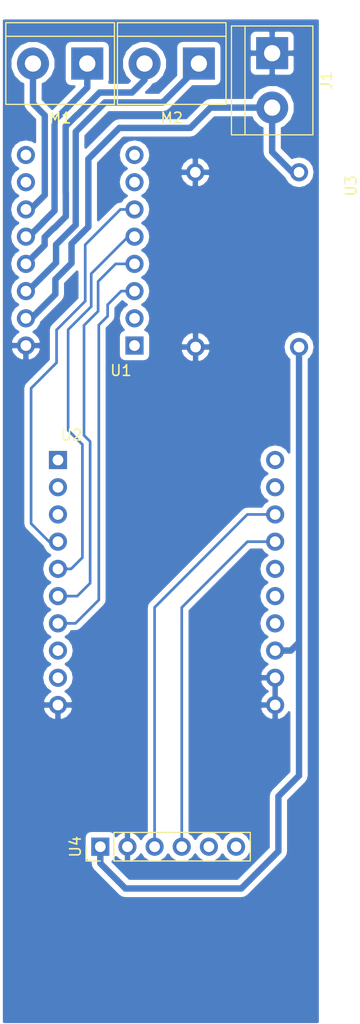
<source format=kicad_pcb>
(kicad_pcb (version 4) (host pcbnew 4.0.4-stable)

  (general
    (links 21)
    (no_connects 0)
    (area 183.0982 44.7069 217.0952 140.409601)
    (thickness 1.6)
    (drawings 5)
    (tracks 116)
    (zones 0)
    (modules 7)
    (nets 32)
  )

  (page A4)
  (layers
    (0 F.Cu signal)
    (31 B.Cu signal)
    (32 B.Adhes user)
    (33 F.Adhes user)
    (34 B.Paste user)
    (35 F.Paste user)
    (36 B.SilkS user)
    (37 F.SilkS user)
    (38 B.Mask user)
    (39 F.Mask user)
    (40 Dwgs.User user)
    (41 Cmts.User user)
    (42 Eco1.User user)
    (43 Eco2.User user)
    (44 Edge.Cuts user)
    (45 Margin user)
    (46 B.CrtYd user)
    (47 F.CrtYd user)
    (48 B.Fab user)
    (49 F.Fab user)
  )

  (setup
    (last_trace_width 0.25)
    (user_trace_width 0.6)
    (trace_clearance 0.2)
    (zone_clearance 0.508)
    (zone_45_only yes)
    (trace_min 0.2)
    (segment_width 0.2)
    (edge_width 0.1)
    (via_size 0.6)
    (via_drill 0.4)
    (via_min_size 0.4)
    (via_min_drill 0.3)
    (uvia_size 0.3)
    (uvia_drill 0.1)
    (uvias_allowed no)
    (uvia_min_size 0.2)
    (uvia_min_drill 0.1)
    (pcb_text_width 0.3)
    (pcb_text_size 1.5 1.5)
    (mod_edge_width 0.15)
    (mod_text_size 1 1)
    (mod_text_width 0.15)
    (pad_size 2 2)
    (pad_drill 1)
    (pad_to_mask_clearance 0)
    (aux_axis_origin 0 0)
    (visible_elements 7FFFFFFF)
    (pcbplotparams
      (layerselection 0x00000_80000000)
      (usegerberextensions false)
      (excludeedgelayer true)
      (linewidth 0.100000)
      (plotframeref false)
      (viasonmask false)
      (mode 1)
      (useauxorigin false)
      (hpglpennumber 1)
      (hpglpenspeed 20)
      (hpglpendiameter 15)
      (hpglpenoverlay 2)
      (psnegative true)
      (psa4output false)
      (plotreference true)
      (plotvalue true)
      (plotinvisibletext false)
      (padsonsilk false)
      (subtractmaskfromsilk false)
      (outputformat 5)
      (mirror false)
      (drillshape 1)
      (scaleselection 1)
      (outputdirectory ../print/))
  )

  (net 0 "")
  (net 1 +3V3)
  (net 2 GND)
  (net 3 "Net-(M1-Pad1)")
  (net 4 "Net-(M1-Pad2)")
  (net 5 "Net-(M2-Pad1)")
  (net 6 "Net-(M2-Pad2)")
  (net 7 "Net-(U1-Pad3)")
  (net 8 "Net-(U1-Pad4)")
  (net 9 "Net-(U1-Pad5)")
  (net 10 "Net-(U1-Pad6)")
  (net 11 "Net-(U2-Pad1)")
  (net 12 "Net-(U2-Pad2)")
  (net 13 "Net-(U2-Pad3)")
  (net 14 "Net-(U2-Pad8)")
  (net 15 "Net-(U2-Pad20)")
  (net 16 "Net-(U2-Pad24)")
  (net 17 "Net-(U2-Pad23)")
  (net 18 "Net-(U4-Pad5)")
  (net 19 "Net-(U4-Pad6)")
  (net 20 +BATT)
  (net 21 "Net-(U1-Pad1)")
  (net 22 "Net-(U1-Pad2)")
  (net 23 "Net-(U1-Pad7)")
  (net 24 "Net-(U1-Pad10)")
  (net 25 "Net-(U1-Pad8)")
  (net 26 "Net-(U1-Pad9)")
  (net 27 "Net-(U2-Pad26)")
  (net 28 "Net-(U2-Pad25)")
  (net 29 "Net-(U2-Pad22)")
  (net 30 "Net-(U2-Pad21)")
  (net 31 "Net-(U2-Pad9)")

  (net_class Default "This is the default net class."
    (clearance 0.2)
    (trace_width 0.25)
    (via_dia 0.6)
    (via_drill 0.4)
    (uvia_dia 0.3)
    (uvia_drill 0.1)
    (add_net "Net-(M1-Pad1)")
    (add_net "Net-(M1-Pad2)")
    (add_net "Net-(M2-Pad1)")
    (add_net "Net-(M2-Pad2)")
    (add_net "Net-(U1-Pad1)")
    (add_net "Net-(U1-Pad10)")
    (add_net "Net-(U1-Pad2)")
    (add_net "Net-(U1-Pad3)")
    (add_net "Net-(U1-Pad4)")
    (add_net "Net-(U1-Pad5)")
    (add_net "Net-(U1-Pad6)")
    (add_net "Net-(U1-Pad7)")
    (add_net "Net-(U1-Pad8)")
    (add_net "Net-(U1-Pad9)")
    (add_net "Net-(U2-Pad1)")
    (add_net "Net-(U2-Pad2)")
    (add_net "Net-(U2-Pad20)")
    (add_net "Net-(U2-Pad21)")
    (add_net "Net-(U2-Pad22)")
    (add_net "Net-(U2-Pad23)")
    (add_net "Net-(U2-Pad24)")
    (add_net "Net-(U2-Pad25)")
    (add_net "Net-(U2-Pad26)")
    (add_net "Net-(U2-Pad3)")
    (add_net "Net-(U2-Pad8)")
    (add_net "Net-(U2-Pad9)")
    (add_net "Net-(U4-Pad5)")
    (add_net "Net-(U4-Pad6)")
  )

  (net_class Pwr ""
    (clearance 0.2)
    (trace_width 0.6)
    (via_dia 0.6)
    (via_drill 0.4)
    (uvia_dia 0.3)
    (uvia_drill 0.1)
    (add_net +3V3)
    (add_net +BATT)
    (add_net GND)
  )

  (module Terminal_Blocks:TerminalBlock_bornier-2_P5.08mm (layer F.Cu) (tedit 59FF03AB) (tstamp 5AB4CB5C)
    (at 208.6356 49.7967 270)
    (descr "simple 2-pin terminal block, pitch 5.08mm, revamped version of bornier2")
    (tags "terminal block bornier2")
    (path /5AACFB40)
    (fp_text reference J1 (at 2.54 -5.08 270) (layer F.SilkS)
      (effects (font (size 1 1) (thickness 0.15)))
    )
    (fp_text value Conn_01x02 (at 2.54 5.08 270) (layer F.Fab)
      (effects (font (size 1 1) (thickness 0.15)))
    )
    (fp_text user %R (at 2.54 0 270) (layer F.Fab)
      (effects (font (size 1 1) (thickness 0.15)))
    )
    (fp_line (start -2.41 2.55) (end 7.49 2.55) (layer F.Fab) (width 0.1))
    (fp_line (start -2.46 -3.75) (end -2.46 3.75) (layer F.Fab) (width 0.1))
    (fp_line (start -2.46 3.75) (end 7.54 3.75) (layer F.Fab) (width 0.1))
    (fp_line (start 7.54 3.75) (end 7.54 -3.75) (layer F.Fab) (width 0.1))
    (fp_line (start 7.54 -3.75) (end -2.46 -3.75) (layer F.Fab) (width 0.1))
    (fp_line (start 7.62 2.54) (end -2.54 2.54) (layer F.SilkS) (width 0.12))
    (fp_line (start 7.62 3.81) (end 7.62 -3.81) (layer F.SilkS) (width 0.12))
    (fp_line (start 7.62 -3.81) (end -2.54 -3.81) (layer F.SilkS) (width 0.12))
    (fp_line (start -2.54 -3.81) (end -2.54 3.81) (layer F.SilkS) (width 0.12))
    (fp_line (start -2.54 3.81) (end 7.62 3.81) (layer F.SilkS) (width 0.12))
    (fp_line (start -2.71 -4) (end 7.79 -4) (layer F.CrtYd) (width 0.05))
    (fp_line (start -2.71 -4) (end -2.71 4) (layer F.CrtYd) (width 0.05))
    (fp_line (start 7.79 4) (end 7.79 -4) (layer F.CrtYd) (width 0.05))
    (fp_line (start 7.79 4) (end -2.71 4) (layer F.CrtYd) (width 0.05))
    (pad 1 thru_hole rect (at 0 0 270) (size 3 3) (drill 1.52) (layers *.Cu *.Mask)
      (net 2 GND))
    (pad 2 thru_hole circle (at 5.08 0 270) (size 3 3) (drill 1.52) (layers *.Cu *.Mask)
      (net 20 +BATT))
    (model ${KISYS3DMOD}/Terminal_Blocks.3dshapes/TerminalBlock_bornier-2_P5.08mm.wrl
      (at (xyz 0.1 0 0))
      (scale (xyz 1 1 1))
      (rotate (xyz 0 0 0))
    )
  )

  (module Terminal_Blocks:TerminalBlock_bornier-2_P5.08mm (layer F.Cu) (tedit 5AB4D33D) (tstamp 5AB4CB71)
    (at 191.3382 50.7619 180)
    (descr "simple 2-pin terminal block, pitch 5.08mm, revamped version of bornier2")
    (tags "terminal block bornier2")
    (path /5AA95D87)
    (fp_text reference M1 (at 2.54 -5.08 180) (layer F.SilkS)
      (effects (font (size 1 1) (thickness 0.15)))
    )
    (fp_text value "Motor_DC -A-" (at 2.54 5.08 180) (layer F.Fab)
      (effects (font (size 1 1) (thickness 0.15)))
    )
    (fp_text user %R (at 2.5146 -0.3048 180) (layer F.Fab)
      (effects (font (size 1 1) (thickness 0.15)))
    )
    (fp_line (start -2.41 2.55) (end 7.49 2.55) (layer F.Fab) (width 0.1))
    (fp_line (start -2.46 -3.75) (end -2.46 3.75) (layer F.Fab) (width 0.1))
    (fp_line (start -2.46 3.75) (end 7.54 3.75) (layer F.Fab) (width 0.1))
    (fp_line (start 7.54 3.75) (end 7.54 -3.75) (layer F.Fab) (width 0.1))
    (fp_line (start 7.54 -3.75) (end -2.46 -3.75) (layer F.Fab) (width 0.1))
    (fp_line (start 7.62 2.54) (end -2.54 2.54) (layer F.SilkS) (width 0.12))
    (fp_line (start 7.62 3.81) (end 7.62 -3.81) (layer F.SilkS) (width 0.12))
    (fp_line (start 7.62 -3.81) (end -2.54 -3.81) (layer F.SilkS) (width 0.12))
    (fp_line (start -2.54 -3.81) (end -2.54 3.81) (layer F.SilkS) (width 0.12))
    (fp_line (start -2.54 3.81) (end 7.62 3.81) (layer F.SilkS) (width 0.12))
    (fp_line (start -2.71 -4) (end 7.79 -4) (layer F.CrtYd) (width 0.05))
    (fp_line (start -2.71 -4) (end -2.71 4) (layer F.CrtYd) (width 0.05))
    (fp_line (start 7.79 4) (end 7.79 -4) (layer F.CrtYd) (width 0.05))
    (fp_line (start 7.79 4) (end -2.71 4) (layer F.CrtYd) (width 0.05))
    (pad 1 thru_hole rect (at 0 0 180) (size 3 3) (drill 1.52) (layers *.Cu *.Mask)
      (net 3 "Net-(M1-Pad1)"))
    (pad 2 thru_hole circle (at 5.08 0 180) (size 3 3) (drill 1.52) (layers *.Cu *.Mask)
      (net 4 "Net-(M1-Pad2)"))
    (model ${KISYS3DMOD}/Terminal_Blocks.3dshapes/TerminalBlock_bornier-2_P5.08mm.wrl
      (at (xyz 0.1 0 0))
      (scale (xyz 1 1 1))
      (rotate (xyz 0 0 0))
    )
  )

  (module Terminal_Blocks:TerminalBlock_bornier-2_P5.08mm (layer F.Cu) (tedit 59FF03AB) (tstamp 5AB4CB86)
    (at 201.7776 50.7619 180)
    (descr "simple 2-pin terminal block, pitch 5.08mm, revamped version of bornier2")
    (tags "terminal block bornier2")
    (path /5AA95EC8)
    (fp_text reference M2 (at 2.54 -5.08 180) (layer F.SilkS)
      (effects (font (size 1 1) (thickness 0.15)))
    )
    (fp_text value "Motor_DC2 -B-" (at 2.54 5.08 180) (layer F.Fab)
      (effects (font (size 1 1) (thickness 0.15)))
    )
    (fp_text user %R (at 2.54 0 180) (layer F.Fab)
      (effects (font (size 1 1) (thickness 0.15)))
    )
    (fp_line (start -2.41 2.55) (end 7.49 2.55) (layer F.Fab) (width 0.1))
    (fp_line (start -2.46 -3.75) (end -2.46 3.75) (layer F.Fab) (width 0.1))
    (fp_line (start -2.46 3.75) (end 7.54 3.75) (layer F.Fab) (width 0.1))
    (fp_line (start 7.54 3.75) (end 7.54 -3.75) (layer F.Fab) (width 0.1))
    (fp_line (start 7.54 -3.75) (end -2.46 -3.75) (layer F.Fab) (width 0.1))
    (fp_line (start 7.62 2.54) (end -2.54 2.54) (layer F.SilkS) (width 0.12))
    (fp_line (start 7.62 3.81) (end 7.62 -3.81) (layer F.SilkS) (width 0.12))
    (fp_line (start 7.62 -3.81) (end -2.54 -3.81) (layer F.SilkS) (width 0.12))
    (fp_line (start -2.54 -3.81) (end -2.54 3.81) (layer F.SilkS) (width 0.12))
    (fp_line (start -2.54 3.81) (end 7.62 3.81) (layer F.SilkS) (width 0.12))
    (fp_line (start -2.71 -4) (end 7.79 -4) (layer F.CrtYd) (width 0.05))
    (fp_line (start -2.71 -4) (end -2.71 4) (layer F.CrtYd) (width 0.05))
    (fp_line (start 7.79 4) (end 7.79 -4) (layer F.CrtYd) (width 0.05))
    (fp_line (start 7.79 4) (end -2.71 4) (layer F.CrtYd) (width 0.05))
    (pad 1 thru_hole rect (at 0 0 180) (size 3 3) (drill 1.52) (layers *.Cu *.Mask)
      (net 5 "Net-(M2-Pad1)"))
    (pad 2 thru_hole circle (at 5.08 0 180) (size 3 3) (drill 1.52) (layers *.Cu *.Mask)
      (net 6 "Net-(M2-Pad2)"))
    (model ${KISYS3DMOD}/Terminal_Blocks.3dshapes/TerminalBlock_bornier-2_P5.08mm.wrl
      (at (xyz 0.1 0 0))
      (scale (xyz 1 1 1))
      (rotate (xyz 0 0 0))
    )
  )

  (module tr:DRV8833 (layer F.Cu) (tedit 5AB2C62C) (tstamp 5AB4CBA0)
    (at 195.7578 77.0763 180)
    (descr "Through hole straight pin header, 2x08, 2.54mm pitch, double rows")
    (tags "Through hole pin header THT 2x08 2.54mm double row")
    (path /5AA95ABC)
    (fp_text reference U1 (at 1.27 -2.33 180) (layer F.SilkS)
      (effects (font (size 1 1) (thickness 0.15)))
    )
    (fp_text value DRV8833 (at 5.207 17.8816 180) (layer F.Fab)
      (effects (font (size 1 1) (thickness 0.15)))
    )
    (fp_line (start -1.2954 18.9992) (end 11.9126 18.9992) (layer F.Fab) (width 0.15))
    (fp_line (start -1.2954 19.0246) (end -1.2954 18.8976) (layer F.Fab) (width 0.15))
    (fp_line (start 11.8618 -1.27) (end -1.2954 -1.2954) (layer F.Fab) (width 0.15))
    (fp_line (start -1.2954 -1.2954) (end -1.2954 19.0246) (layer F.Fab) (width 0.15))
    (fp_line (start 11.8618 -1.2446) (end 11.8872 19.05) (layer F.Fab) (width 0.15))
    (fp_text user %R (at 1.27 8.89 270) (layer F.Fab)
      (effects (font (size 1 1) (thickness 0.15)))
    )
    (pad 1 thru_hole rect (at 0 0 180) (size 1.7 1.7) (drill 1) (layers *.Cu *.Mask)
      (net 21 "Net-(U1-Pad1)"))
    (pad 16 thru_hole oval (at 10.16 0 180) (size 1.7 1.7) (drill 1) (layers *.Cu *.Mask)
      (net 2 GND))
    (pad 2 thru_hole oval (at 0 2.54 180) (size 1.7 1.7) (drill 1) (layers *.Cu *.Mask)
      (net 22 "Net-(U1-Pad2)"))
    (pad 15 thru_hole oval (at 10.16 2.54 180) (size 1.7 1.7) (drill 1) (layers *.Cu *.Mask)
      (net 20 +BATT))
    (pad 3 thru_hole oval (at 0 5.08 180) (size 1.7 1.7) (drill 1) (layers *.Cu *.Mask)
      (net 7 "Net-(U1-Pad3)"))
    (pad 14 thru_hole oval (at 10.16 5.08 180) (size 1.7 1.7) (drill 1) (layers *.Cu *.Mask)
      (net 5 "Net-(M2-Pad1)"))
    (pad 4 thru_hole oval (at 0 7.62 180) (size 1.7 1.7) (drill 1) (layers *.Cu *.Mask)
      (net 8 "Net-(U1-Pad4)"))
    (pad 13 thru_hole oval (at 10.16 7.62 180) (size 1.7 1.7) (drill 1) (layers *.Cu *.Mask)
      (net 6 "Net-(M2-Pad2)"))
    (pad 5 thru_hole oval (at 0 10.16 180) (size 1.7 1.7) (drill 1) (layers *.Cu *.Mask)
      (net 9 "Net-(U1-Pad5)"))
    (pad 12 thru_hole oval (at 10.16 10.16 180) (size 1.7 1.7) (drill 1) (layers *.Cu *.Mask)
      (net 3 "Net-(M1-Pad1)"))
    (pad 6 thru_hole oval (at 0 12.7 180) (size 1.7 1.7) (drill 1) (layers *.Cu *.Mask)
      (net 10 "Net-(U1-Pad6)"))
    (pad 11 thru_hole oval (at 10.16 12.7 180) (size 1.7 1.7) (drill 1) (layers *.Cu *.Mask)
      (net 4 "Net-(M1-Pad2)"))
    (pad 7 thru_hole oval (at 0 15.24 180) (size 1.7 1.7) (drill 1) (layers *.Cu *.Mask)
      (net 23 "Net-(U1-Pad7)"))
    (pad 10 thru_hole oval (at 10.16 15.24 180) (size 1.7 1.7) (drill 1) (layers *.Cu *.Mask)
      (net 24 "Net-(U1-Pad10)"))
    (pad 8 thru_hole oval (at 0 17.78 180) (size 1.7 1.7) (drill 1) (layers *.Cu *.Mask)
      (net 25 "Net-(U1-Pad8)"))
    (pad 9 thru_hole oval (at 10.16 17.78 180) (size 1.7 1.7) (drill 1) (layers *.Cu *.Mask)
      (net 26 "Net-(U1-Pad9)"))
    (model ${KISYS3DMOD}/Pin_Headers.3dshapes/Pin_Header_Straight_2x08_Pitch2.54mm.wrl
      (at (xyz 0 0 0))
      (scale (xyz 1 1 1))
      (rotate (xyz 0 0 0))
    )
  )

  (module tr:ESP8266 (layer F.Cu) (tedit 5AB4D19A) (tstamp 5AB4CBCE)
    (at 188.595 87.757)
    (descr "Through hole straight pin header, 2x10, 2.54mm pitch, double rows")
    (tags "Through hole pin header THT 2x10 2.54mm double row")
    (path /5AA956BA)
    (fp_text reference U2 (at 1.27 -2.33) (layer F.SilkS)
      (effects (font (size 1 1) (thickness 0.15)))
    )
    (fp_text value "ESP8266(3.3)" (at 10.16 35.56) (layer F.Fab)
      (effects (font (size 1 1) (thickness 0.15)))
    )
    (fp_line (start -1.27 -6.35) (end -1.27 0) (layer F.Fab) (width 0.15))
    (fp_line (start -1.27 24.13) (end -1.27 33.02) (layer F.Fab) (width 0.15))
    (fp_line (start -1.27 33.02) (end 21.59 33.02) (layer F.Fab) (width 0.15))
    (fp_line (start 21.59 33.02) (end 21.59 24.13) (layer F.Fab) (width 0.15))
    (fp_line (start 0 -6.35) (end 3.81 -6.35) (layer F.Fab) (width 0.15))
    (fp_line (start -1.27 -6.35) (end 0 -6.35) (layer F.Fab) (width 0.15))
    (fp_line (start 21.59 -1.27) (end 21.59 -6.35) (layer F.Fab) (width 0.15))
    (fp_line (start 3.81 -6.35) (end 21.59 -6.35) (layer F.Fab) (width 0.15))
    (fp_line (start 0 -6.35) (end 3.81 -6.35) (layer F.Fab) (width 0.1))
    (fp_line (start 21.59 -1.27) (end 21.59 24.13) (layer F.Fab) (width 0.1))
    (fp_line (start -1.27 24.13) (end -1.27 0) (layer F.Fab) (width 0.1))
    (fp_line (start -1.8 -1.8) (end -1.8 24.65) (layer F.CrtYd) (width 0.05))
    (fp_line (start -1.8 24.65) (end 4.35 24.65) (layer F.CrtYd) (width 0.05))
    (fp_line (start 4.35 24.65) (end 4.35 -1.8) (layer F.CrtYd) (width 0.05))
    (fp_line (start 4.35 -1.8) (end -1.8 -1.8) (layer F.CrtYd) (width 0.05))
    (fp_text user %R (at 1.27 11.43 90) (layer F.Fab)
      (effects (font (size 1 1) (thickness 0.15)))
    )
    (pad 1 thru_hole rect (at 0 0) (size 1.7 1.7) (drill 1) (layers *.Cu *.Mask)
      (net 11 "Net-(U2-Pad1)"))
    (pad 26 thru_hole oval (at 20.32 0) (size 1.7 1.7) (drill 1) (layers *.Cu *.Mask)
      (net 27 "Net-(U2-Pad26)"))
    (pad 2 thru_hole oval (at 0 2.54) (size 1.7 1.7) (drill 1) (layers *.Cu *.Mask)
      (net 12 "Net-(U2-Pad2)"))
    (pad 25 thru_hole oval (at 20.32 2.54) (size 1.7 1.7) (drill 1) (layers *.Cu *.Mask)
      (net 28 "Net-(U2-Pad25)"))
    (pad 3 thru_hole oval (at 0 5.08) (size 1.7 1.7) (drill 1) (layers *.Cu *.Mask)
      (net 13 "Net-(U2-Pad3)"))
    (pad 24 thru_hole oval (at 20.32 5.08) (size 1.7 1.7) (drill 1) (layers *.Cu *.Mask)
      (net 16 "Net-(U2-Pad24)"))
    (pad 4 thru_hole oval (at 0 7.62) (size 1.7 1.7) (drill 1) (layers *.Cu *.Mask)
      (net 10 "Net-(U1-Pad6)"))
    (pad 23 thru_hole oval (at 20.32 7.62) (size 1.7 1.7) (drill 1) (layers *.Cu *.Mask)
      (net 17 "Net-(U2-Pad23)"))
    (pad 5 thru_hole oval (at 0 10.16) (size 1.7 1.7) (drill 1) (layers *.Cu *.Mask)
      (net 9 "Net-(U1-Pad5)"))
    (pad 22 thru_hole oval (at 20.32 10.16) (size 1.7 1.7) (drill 1) (layers *.Cu *.Mask)
      (net 29 "Net-(U2-Pad22)"))
    (pad 6 thru_hole oval (at 0 12.7) (size 1.7 1.7) (drill 1) (layers *.Cu *.Mask)
      (net 8 "Net-(U1-Pad4)"))
    (pad 21 thru_hole oval (at 20.32 12.7) (size 1.7 1.7) (drill 1) (layers *.Cu *.Mask)
      (net 30 "Net-(U2-Pad21)"))
    (pad 7 thru_hole oval (at 0 15.24) (size 1.7 1.7) (drill 1) (layers *.Cu *.Mask)
      (net 7 "Net-(U1-Pad3)"))
    (pad 20 thru_hole oval (at 20.32 15.24) (size 1.7 1.7) (drill 1) (layers *.Cu *.Mask)
      (net 15 "Net-(U2-Pad20)"))
    (pad 8 thru_hole oval (at 0 17.78) (size 1.7 1.7) (drill 1) (layers *.Cu *.Mask)
      (net 14 "Net-(U2-Pad8)"))
    (pad 19 thru_hole oval (at 20.32 17.78) (size 1.7 1.7) (drill 1) (layers *.Cu *.Mask)
      (net 1 +3V3))
    (pad 9 thru_hole oval (at 0 20.32) (size 1.7 1.7) (drill 1) (layers *.Cu *.Mask)
      (net 31 "Net-(U2-Pad9)"))
    (pad 18 thru_hole oval (at 20.32 20.32) (size 1.7 1.7) (drill 1) (layers *.Cu *.Mask)
      (net 2 GND))
    (pad 10 thru_hole oval (at 0 22.86) (size 1.7 1.7) (drill 1) (layers *.Cu *.Mask)
      (net 2 GND))
    (pad 17 thru_hole oval (at 20.32 22.86) (size 1.7 1.7) (drill 1) (layers *.Cu *.Mask)
      (net 2 GND))
    (model ${KISYS3DMOD}/Pin_Headers.3dshapes/Pin_Header_Straight_2x10_Pitch2.54mm.wrl
      (at (xyz 0 0 0))
      (scale (xyz 1 1 1))
      (rotate (xyz 0 0 0))
    )
  )

  (module tr:pwr_reg (layer F.Cu) (tedit 5AB235D5) (tstamp 5AB4CBDC)
    (at 213.6902 60.9092 270)
    (descr "Through hole straight pin header, 2x08, 2.54mm pitch, double rows")
    (tags "Through hole pin header THT 2x08 2.54mm double row")
    (path /5AB239FB)
    (fp_text reference U3 (at 1.27 -2.33 270) (layer F.SilkS)
      (effects (font (size 1 1) (thickness 0.15)))
    )
    (fp_text value pwr_reg (at 8.0264 16.5862 270) (layer F.Fab)
      (effects (font (size 1 1) (thickness 0.15)))
    )
    (fp_line (start -1.1176 13.4112) (end -1.1684 1.3462) (layer F.Fab) (width 0.15))
    (fp_line (start 17.5768 13.4112) (end -1.1176 13.4112) (layer F.Fab) (width 0.15))
    (fp_line (start -1.1938 1.3462) (end 17.5768 1.3208) (layer F.Fab) (width 0.15))
    (fp_line (start 17.5768 1.3208) (end 17.5768 13.4112) (layer F.Fab) (width 0.15))
    (fp_line (start 4.35 -1.8) (end -1.8 -1.8) (layer F.CrtYd) (width 0.05))
    (fp_text user %R (at -6.1214 7.1628 360) (layer F.Fab)
      (effects (font (size 1 1) (thickness 0.15)))
    )
    (pad 3 thru_hole oval (at 16.3068 12.2174 270) (size 1.7 1.7) (drill 1) (layers *.Cu *.Mask)
      (net 2 GND))
    (pad 1 thru_hole oval (at 0 2.54 270) (size 1.7 1.7) (drill 1) (layers *.Cu *.Mask)
      (net 20 +BATT))
    (pad 4 thru_hole oval (at 16.3068 2.54 270) (size 1.7 1.7) (drill 1) (layers *.Cu *.Mask)
      (net 1 +3V3))
    (pad 2 thru_hole oval (at 0 12.2428 270) (size 1.7 1.7) (drill 1) (layers *.Cu *.Mask)
      (net 2 GND))
    (model ${KISYS3DMOD}/Pin_Headers.3dshapes/Pin_Header_Straight_2x08_Pitch2.54mm.wrl
      (at (xyz 0 0 0))
      (scale (xyz 1 1 1))
      (rotate (xyz 0 0 0))
    )
  )

  (module Pin_Headers:Pin_Header_Straight_1x06_Pitch2.54mm (layer F.Cu) (tedit 59650532) (tstamp 5AB4CBF6)
    (at 192.5574 123.8377 90)
    (descr "Through hole straight pin header, 1x06, 2.54mm pitch, single row")
    (tags "Through hole pin header THT 1x06 2.54mm single row")
    (path /5AA9522B)
    (fp_text reference U4 (at 0 -2.33 90) (layer F.SilkS)
      (effects (font (size 1 1) (thickness 0.15)))
    )
    (fp_text value M10DOF (at 0 15.03 90) (layer F.Fab)
      (effects (font (size 1 1) (thickness 0.15)))
    )
    (fp_line (start -0.635 -1.27) (end 1.27 -1.27) (layer F.Fab) (width 0.1))
    (fp_line (start 1.27 -1.27) (end 1.27 13.97) (layer F.Fab) (width 0.1))
    (fp_line (start 1.27 13.97) (end -1.27 13.97) (layer F.Fab) (width 0.1))
    (fp_line (start -1.27 13.97) (end -1.27 -0.635) (layer F.Fab) (width 0.1))
    (fp_line (start -1.27 -0.635) (end -0.635 -1.27) (layer F.Fab) (width 0.1))
    (fp_line (start -1.33 14.03) (end 1.33 14.03) (layer F.SilkS) (width 0.12))
    (fp_line (start -1.33 1.27) (end -1.33 14.03) (layer F.SilkS) (width 0.12))
    (fp_line (start 1.33 1.27) (end 1.33 14.03) (layer F.SilkS) (width 0.12))
    (fp_line (start -1.33 1.27) (end 1.33 1.27) (layer F.SilkS) (width 0.12))
    (fp_line (start -1.33 0) (end -1.33 -1.33) (layer F.SilkS) (width 0.12))
    (fp_line (start -1.33 -1.33) (end 0 -1.33) (layer F.SilkS) (width 0.12))
    (fp_line (start -1.8 -1.8) (end -1.8 14.5) (layer F.CrtYd) (width 0.05))
    (fp_line (start -1.8 14.5) (end 1.8 14.5) (layer F.CrtYd) (width 0.05))
    (fp_line (start 1.8 14.5) (end 1.8 -1.8) (layer F.CrtYd) (width 0.05))
    (fp_line (start 1.8 -1.8) (end -1.8 -1.8) (layer F.CrtYd) (width 0.05))
    (fp_text user %R (at 0 6.35 180) (layer F.Fab)
      (effects (font (size 1 1) (thickness 0.15)))
    )
    (pad 1 thru_hole rect (at 0 0 90) (size 1.7 1.7) (drill 1) (layers *.Cu *.Mask)
      (net 1 +3V3))
    (pad 2 thru_hole oval (at 0 2.54 90) (size 1.7 1.7) (drill 1) (layers *.Cu *.Mask)
      (net 2 GND))
    (pad 3 thru_hole oval (at 0 5.08 90) (size 1.7 1.7) (drill 1) (layers *.Cu *.Mask)
      (net 16 "Net-(U2-Pad24)"))
    (pad 4 thru_hole oval (at 0 7.62 90) (size 1.7 1.7) (drill 1) (layers *.Cu *.Mask)
      (net 17 "Net-(U2-Pad23)"))
    (pad 5 thru_hole oval (at 0 10.16 90) (size 1.7 1.7) (drill 1) (layers *.Cu *.Mask)
      (net 18 "Net-(U4-Pad5)"))
    (pad 6 thru_hole oval (at 0 12.7 90) (size 1.7 1.7) (drill 1) (layers *.Cu *.Mask)
      (net 19 "Net-(U4-Pad6)"))
    (model ${KISYS3DMOD}/Pin_Headers.3dshapes/Pin_Header_Straight_1x06_Pitch2.54mm.wrl
      (at (xyz 0 0 0))
      (scale (xyz 1 1 1))
      (rotate (xyz 0 0 0))
    )
  )

  (gr_line (start 213.0171 140.2969) (end 213.0171 46.5963) (angle 90) (layer F.Fab) (width 0.2))
  (gr_line (start 183.4134 140.3096) (end 183.4134 103.1748) (angle 90) (layer F.Fab) (width 0.2))
  (gr_line (start 183.4007 46.5836) (end 183.4007 103.2256) (angle 90) (layer F.Fab) (width 0.2))
  (gr_line (start 213.0044 46.5836) (end 183.4007 46.5836) (angle 90) (layer F.Fab) (width 0.2))
  (gr_line (start 183.4896 140.3096) (end 213.0933 140.3096) (angle 90) (layer F.Fab) (width 0.2))

  (segment (start 211.1502 104.775) (end 211.1502 117.2083) (width 0.6) (layer B.Cu) (net 1))
  (segment (start 192.5574 125.3871) (end 192.5574 123.8377) (width 0.6) (layer B.Cu) (net 1) (tstamp 5AB4D6EA))
  (segment (start 194.9069 127.7366) (end 192.5574 125.3871) (width 0.6) (layer B.Cu) (net 1) (tstamp 5AB4D6E9))
  (segment (start 205.7527 127.7366) (end 194.9069 127.7366) (width 0.6) (layer B.Cu) (net 1) (tstamp 5AB4D6E7))
  (segment (start 209.2198 124.2695) (end 205.7527 127.7366) (width 0.6) (layer B.Cu) (net 1) (tstamp 5AB4D6E5))
  (segment (start 209.2198 119.1387) (end 209.2198 124.2695) (width 0.6) (layer B.Cu) (net 1) (tstamp 5AB4D6E4))
  (segment (start 211.1502 117.2083) (end 209.2198 119.1387) (width 0.6) (layer B.Cu) (net 1) (tstamp 5AB4D6DE))
  (segment (start 211.1502 77.216) (end 211.1502 104.775) (width 0.6) (layer B.Cu) (net 1))
  (segment (start 210.3882 105.537) (end 208.915 105.537) (width 0.6) (layer B.Cu) (net 1) (tstamp 5AB4D69A))
  (segment (start 211.1502 104.775) (end 210.3882 105.537) (width 0.6) (layer B.Cu) (net 1) (tstamp 5AB4D693))
  (segment (start 187.1853 65.6082) (end 187.1853 65.5828) (width 0.6) (layer B.Cu) (net 3))
  (segment (start 188.2775 64.4906) (end 188.2775 62.6999) (width 0.6) (layer B.Cu) (net 3) (tstamp 5AB4D5CA))
  (segment (start 187.1853 65.5828) (end 188.2775 64.4906) (width 0.6) (layer B.Cu) (net 3) (tstamp 5AB4D5C9))
  (segment (start 185.5978 66.9163) (end 185.8772 66.9163) (width 0.6) (layer B.Cu) (net 3))
  (segment (start 185.8772 66.9163) (end 187.1853 65.6082) (width 0.6) (layer B.Cu) (net 3) (tstamp 5AB4D57A))
  (segment (start 191.3382 50.7619) (end 191.3382 53.0098) (width 0.6) (layer B.Cu) (net 3))
  (segment (start 191.3382 53.0098) (end 188.2775 56.0705) (width 0.6) (layer B.Cu) (net 3) (tstamp 5AB4D428))
  (segment (start 188.2775 56.0705) (end 188.2775 62.6999) (width 0.6) (layer B.Cu) (net 3) (tstamp 5AB4D42D))
  (segment (start 185.9661 66.9163) (end 185.5978 66.9163) (width 0.6) (layer B.Cu) (net 3) (tstamp 5AB4D443))
  (segment (start 185.5978 66.9163) (end 185.7883 66.9163) (width 0.6) (layer B.Cu) (net 3))
  (segment (start 185.5978 66.9163) (end 186.1566 66.9163) (width 0.6) (layer B.Cu) (net 3))
  (segment (start 191.3382 51.8668) (end 191.3382 50.7619) (width 0.6) (layer B.Cu) (net 3) (tstamp 5AB4D3CF))
  (segment (start 185.5978 64.3763) (end 186.0169 64.3763) (width 0.6) (layer B.Cu) (net 4))
  (segment (start 186.0169 64.3763) (end 187.3631 63.0301) (width 0.6) (layer B.Cu) (net 4) (tstamp 5AB4D3EB))
  (segment (start 187.3631 55.6006) (end 186.2582 54.4957) (width 0.6) (layer B.Cu) (net 4) (tstamp 5AB4D3ED))
  (segment (start 187.3631 63.0301) (end 187.3631 55.6006) (width 0.6) (layer B.Cu) (net 4) (tstamp 5AB4D3EC))
  (segment (start 186.2582 54.4957) (end 186.2582 50.7619) (width 0.6) (layer B.Cu) (net 4) (tstamp 5AB4D3C8))
  (segment (start 185.5978 71.9963) (end 185.7756 71.9963) (width 0.6) (layer B.Cu) (net 5))
  (segment (start 185.7756 71.9963) (end 188.4172 69.3547) (width 0.6) (layer B.Cu) (net 5) (tstamp 5AB4D5A5))
  (segment (start 188.4172 67.6656) (end 190.2587 65.8241) (width 0.6) (layer B.Cu) (net 5) (tstamp 5AB4D5AC))
  (segment (start 188.4172 69.3547) (end 188.4172 67.6656) (width 0.6) (layer B.Cu) (net 5) (tstamp 5AB4D5A7))
  (segment (start 190.2587 65.8241) (end 190.2587 65.405) (width 0.6) (layer B.Cu) (net 5) (tstamp 5AB4D5B0))
  (segment (start 191.5414 55.8419) (end 190.2587 57.1246) (width 0.6) (layer B.Cu) (net 5))
  (segment (start 190.2587 57.1246) (end 190.2587 65.405) (width 0.6) (layer B.Cu) (net 5) (tstamp 5AB4D46D))
  (segment (start 201.7776 50.7619) (end 201.7776 51.0159) (width 0.6) (layer B.Cu) (net 5))
  (segment (start 201.7776 51.0159) (end 198.3994 54.3941) (width 0.6) (layer B.Cu) (net 5) (tstamp 5AB4D40B))
  (segment (start 198.3994 54.3941) (end 192.9892 54.3941) (width 0.6) (layer B.Cu) (net 5) (tstamp 5AB4D40C))
  (segment (start 192.9892 54.3941) (end 191.5414 55.8419) (width 0.6) (layer B.Cu) (net 5) (tstamp 5AB4D40E))
  (segment (start 185.5978 71.9963) (end 185.8645 71.9963) (width 0.6) (layer B.Cu) (net 5))
  (segment (start 188.19495 66.12255) (end 188.23305 66.12255) (width 0.6) (layer B.Cu) (net 6))
  (segment (start 189.3316 62.8142) (end 189.3189 62.8142) (width 0.6) (layer B.Cu) (net 6) (tstamp 5AB4D5C3))
  (segment (start 189.3316 65.024) (end 189.3316 62.8142) (width 0.6) (layer B.Cu) (net 6) (tstamp 5AB4D5BE))
  (segment (start 188.23305 66.12255) (end 189.3316 65.024) (width 0.6) (layer B.Cu) (net 6) (tstamp 5AB4D5B7))
  (segment (start 187.3504 67.7037) (end 187.3504 66.9671) (width 0.6) (layer B.Cu) (net 6))
  (segment (start 187.3504 66.9671) (end 188.19495 66.12255) (width 0.6) (layer B.Cu) (net 6) (tstamp 5AB4D588))
  (segment (start 190.4238 55.5371) (end 190.398302 55.5371) (width 0.6) (layer B.Cu) (net 6))
  (segment (start 189.3189 56.616502) (end 189.3189 62.8142) (width 0.6) (layer B.Cu) (net 6) (tstamp 5AB4D451))
  (segment (start 190.398302 55.5371) (end 189.3189 56.616502) (width 0.6) (layer B.Cu) (net 6) (tstamp 5AB4D44C))
  (segment (start 196.6976 50.7619) (end 196.6976 52.298698) (width 0.6) (layer B.Cu) (net 6))
  (segment (start 192.4939 53.467) (end 190.4238 55.5371) (width 0.6) (layer B.Cu) (net 6) (tstamp 5AB4D418))
  (segment (start 195.529298 53.467) (end 192.4939 53.467) (width 0.6) (layer B.Cu) (net 6) (tstamp 5AB4D416))
  (segment (start 196.6976 52.298698) (end 195.529298 53.467) (width 0.6) (layer B.Cu) (net 6) (tstamp 5AB4D414))
  (segment (start 187.3504 67.7037) (end 185.5978 69.4563) (width 0.6) (layer B.Cu) (net 6) (tstamp 5AB4D586))
  (segment (start 185.5978 69.4563) (end 186.0677 69.4563) (width 0.6) (layer B.Cu) (net 6))
  (segment (start 195.7578 71.9963) (end 194.5132 71.9963) (width 0.25) (layer B.Cu) (net 7))
  (segment (start 190.2333 102.997) (end 188.595 102.997) (width 0.25) (layer B.Cu) (net 7) (tstamp 5AB4D66E))
  (segment (start 192.4177 100.8126) (end 190.2333 102.997) (width 0.25) (layer B.Cu) (net 7) (tstamp 5AB4D66C))
  (segment (start 192.4177 75.1586) (end 192.4177 100.8126) (width 0.25) (layer B.Cu) (net 7) (tstamp 5AB4D668))
  (segment (start 193.2432 74.3331) (end 192.4177 75.1586) (width 0.25) (layer B.Cu) (net 7) (tstamp 5AB4D666))
  (segment (start 193.2432 73.2663) (end 193.2432 74.3331) (width 0.25) (layer B.Cu) (net 7) (tstamp 5AB4D664))
  (segment (start 194.5132 71.9963) (end 193.2432 73.2663) (width 0.25) (layer B.Cu) (net 7) (tstamp 5AB4D662))
  (segment (start 195.7578 69.4563) (end 193.9925 69.4563) (width 0.25) (layer B.Cu) (net 8))
  (segment (start 190.3984 100.457) (end 188.595 100.457) (width 0.25) (layer B.Cu) (net 8) (tstamp 5AB4D65D))
  (segment (start 191.6049 99.2505) (end 190.3984 100.457) (width 0.25) (layer B.Cu) (net 8) (tstamp 5AB4D65C))
  (segment (start 191.6049 86.0298) (end 191.6049 99.2505) (width 0.25) (layer B.Cu) (net 8) (tstamp 5AB4D658))
  (segment (start 191.0334 85.4583) (end 191.6049 86.0298) (width 0.25) (layer B.Cu) (net 8) (tstamp 5AB4D657))
  (segment (start 191.0334 75.1967) (end 191.0334 85.4583) (width 0.25) (layer B.Cu) (net 8) (tstamp 5AB4D652))
  (segment (start 192.3542 73.8759) (end 191.0334 75.1967) (width 0.25) (layer B.Cu) (net 8) (tstamp 5AB4D650))
  (segment (start 192.3542 71.0946) (end 192.3542 73.8759) (width 0.25) (layer B.Cu) (net 8) (tstamp 5AB4D64E))
  (segment (start 193.9925 69.4563) (end 192.3542 71.0946) (width 0.25) (layer B.Cu) (net 8) (tstamp 5AB4D64B))
  (segment (start 193.8528 68.2244) (end 191.7065 70.3707) (width 0.25) (layer B.Cu) (net 9))
  (segment (start 190.881 86.3092) (end 190.881 86.8807) (width 0.25) (layer B.Cu) (net 9) (tstamp 5AB4D643))
  (segment (start 189.5475 84.9757) (end 190.881 86.3092) (width 0.25) (layer B.Cu) (net 9) (tstamp 5AB4D642))
  (segment (start 189.5475 75.5904) (end 189.5475 84.9757) (width 0.25) (layer B.Cu) (net 9) (tstamp 5AB4D63E))
  (segment (start 191.7065 73.4314) (end 189.5475 75.5904) (width 0.25) (layer B.Cu) (net 9) (tstamp 5AB4D63A))
  (segment (start 191.7065 70.3707) (end 191.7065 73.4314) (width 0.25) (layer B.Cu) (net 9) (tstamp 5AB4D629))
  (segment (start 195.7578 66.9163) (end 195.1609 66.9163) (width 0.25) (layer B.Cu) (net 9))
  (segment (start 195.1609 66.9163) (end 193.8528 68.2244) (width 0.25) (layer B.Cu) (net 9) (tstamp 5AB4D4E8))
  (segment (start 190.881 86.8807) (end 190.881 96.8629) (width 0.25) (layer B.Cu) (net 9) (tstamp 5AB4D648))
  (segment (start 190.881 96.8629) (end 189.8269 97.917) (width 0.25) (layer B.Cu) (net 9) (tstamp 5AB4D4F9))
  (segment (start 189.8269 97.917) (end 188.595 97.917) (width 0.25) (layer B.Cu) (net 9) (tstamp 5AB4D4FA))
  (segment (start 191.1477 71.9582) (end 191.1477 72.9361) (width 0.25) (layer B.Cu) (net 10))
  (segment (start 188.468 75.6158) (end 188.468 78.6765) (width 0.25) (layer B.Cu) (net 10) (tstamp 5AB4D619))
  (segment (start 191.1477 72.9361) (end 188.468 75.6158) (width 0.25) (layer B.Cu) (net 10) (tstamp 5AB4D618))
  (segment (start 194.7672 64.3763) (end 194.437 64.3763) (width 0.25) (layer B.Cu) (net 10))
  (segment (start 188.468 78.6765) (end 187.3123 79.8322) (width 0.25) (layer B.Cu) (net 10) (tstamp 5AB4D61E))
  (segment (start 191.1477 67.6656) (end 191.1477 71.9582) (width 0.25) (layer B.Cu) (net 10) (tstamp 5AB4D5FF))
  (segment (start 194.437 64.3763) (end 191.1477 67.6656) (width 0.25) (layer B.Cu) (net 10) (tstamp 5AB4D5FD))
  (segment (start 195.7578 64.3763) (end 194.7672 64.3763) (width 0.25) (layer B.Cu) (net 10))
  (segment (start 186.0804 93.6879) (end 187.7695 95.377) (width 0.25) (layer B.Cu) (net 10) (tstamp 5AB4D4E1))
  (segment (start 186.0804 81.0641) (end 186.0804 93.6879) (width 0.25) (layer B.Cu) (net 10) (tstamp 5AB4D4DD))
  (segment (start 187.3123 79.8322) (end 186.0804 81.0641) (width 0.25) (layer B.Cu) (net 10) (tstamp 5AB4D609))
  (segment (start 187.7695 95.377) (end 188.595 95.377) (width 0.25) (layer B.Cu) (net 10) (tstamp 5AB4D4E3))
  (segment (start 197.6374 123.8377) (end 197.6374 101.5111) (width 0.25) (layer B.Cu) (net 16))
  (segment (start 206.3115 92.837) (end 208.915 92.837) (width 0.25) (layer B.Cu) (net 16) (tstamp 5AB4D78C))
  (segment (start 197.6374 101.5111) (end 206.3115 92.837) (width 0.25) (layer B.Cu) (net 16) (tstamp 5AB4D786))
  (segment (start 200.1774 123.8377) (end 200.1774 101.5238) (width 0.25) (layer B.Cu) (net 17))
  (segment (start 206.3242 95.377) (end 208.915 95.377) (width 0.25) (layer B.Cu) (net 17) (tstamp 5AB4D793))
  (segment (start 200.1774 101.5238) (end 206.3242 95.377) (width 0.25) (layer B.Cu) (net 17) (tstamp 5AB4D790))
  (segment (start 208.6356 54.8767) (end 208.6356 59.0169) (width 0.6) (layer B.Cu) (net 20))
  (segment (start 208.6356 59.0169) (end 210.5279 60.9092) (width 0.6) (layer B.Cu) (net 20) (tstamp 5AB4D682))
  (segment (start 210.5279 60.9092) (end 211.1502 60.9092) (width 0.6) (layer B.Cu) (net 20) (tstamp 5AB4D685))
  (segment (start 189.865 68.7451) (end 189.865 67.5767) (width 0.6) (layer B.Cu) (net 20))
  (segment (start 191.4398 66.0019) (end 191.4398 65.024) (width 0.6) (layer B.Cu) (net 20) (tstamp 5AB4D5E5))
  (segment (start 189.865 67.5767) (end 191.4398 66.0019) (width 0.6) (layer B.Cu) (net 20) (tstamp 5AB4D5E4))
  (segment (start 185.5978 74.5363) (end 186.1058 74.5363) (width 0.6) (layer B.Cu) (net 20))
  (segment (start 186.1058 74.5363) (end 188.3537 72.2884) (width 0.6) (layer B.Cu) (net 20) (tstamp 5AB4D5D4))
  (segment (start 189.865 69.3928) (end 189.865 68.7451) (width 0.6) (layer B.Cu) (net 20) (tstamp 5AB4D5DA))
  (segment (start 188.3537 70.9041) (end 189.865 69.3928) (width 0.6) (layer B.Cu) (net 20) (tstamp 5AB4D5D7))
  (segment (start 188.3537 72.2884) (end 188.3537 70.9041) (width 0.6) (layer B.Cu) (net 20) (tstamp 5AB4D5D5))
  (segment (start 185.5978 74.5363) (end 186.0804 74.5363) (width 0.6) (layer B.Cu) (net 20))
  (segment (start 208.6356 54.8767) (end 202.8698 54.8767) (width 0.6) (layer B.Cu) (net 20))
  (segment (start 191.4398 59.6646) (end 191.4398 65.024) (width 0.6) (layer B.Cu) (net 20) (tstamp 5AB4D497))
  (segment (start 194.3354 56.769) (end 191.4398 59.6646) (width 0.6) (layer B.Cu) (net 20) (tstamp 5AB4D491))
  (segment (start 200.9775 56.769) (end 194.3354 56.769) (width 0.6) (layer B.Cu) (net 20) (tstamp 5AB4D48F))
  (segment (start 202.8698 54.8767) (end 200.9775 56.769) (width 0.6) (layer B.Cu) (net 20) (tstamp 5AB4D48C))

  (zone (net 2) (net_name GND) (layer B.Cu) (tstamp 5AB4CE2C) (hatch edge 0.508)
    (connect_pads (clearance 0.508))
    (min_thickness 0.254)
    (fill yes (arc_segments 16) (thermal_gap 0.508) (thermal_bridge_width 0.508))
    (polygon
      (pts
        (xy 183.4007 46.5836) (xy 183.4134 46.5709) (xy 183.413397 46.583616)
      )
    )
  )
  (zone (net 2) (net_name GND) (layer B.Cu) (tstamp 5AB4D870) (hatch edge 0.508)
    (connect_pads (clearance 0.508))
    (min_thickness 0.254)
    (fill yes (arc_segments 16) (thermal_gap 0.508) (thermal_bridge_width 0.508))
    (polygon
      (pts
        (xy 213.0044 140.2969) (xy 183.4388 140.2969) (xy 183.4388 46.6471) (xy 213.0044 46.6471)
      )
    )
    (filled_polygon
      (pts
        (xy 212.8774 140.1699) (xy 183.5658 140.1699) (xy 183.5658 122.9877) (xy 191.05996 122.9877) (xy 191.05996 124.6877)
        (xy 191.104238 124.923017) (xy 191.24331 125.139141) (xy 191.45551 125.284131) (xy 191.6224 125.317927) (xy 191.6224 125.3871)
        (xy 191.693573 125.744909) (xy 191.896255 126.048245) (xy 194.245755 128.397745) (xy 194.549091 128.600427) (xy 194.9069 128.6716)
        (xy 205.7527 128.6716) (xy 206.110509 128.600427) (xy 206.413845 128.397745) (xy 209.880945 124.930645) (xy 210.083627 124.627309)
        (xy 210.1548 124.2695) (xy 210.1548 119.52599) (xy 211.811345 117.869445) (xy 212.014027 117.566109) (xy 212.0852 117.2083)
        (xy 212.0852 78.372023) (xy 212.200254 78.295147) (xy 212.522161 77.813378) (xy 212.6352 77.245093) (xy 212.6352 77.186907)
        (xy 212.522161 76.618622) (xy 212.200254 76.136853) (xy 211.718485 75.814946) (xy 211.1502 75.701907) (xy 210.581915 75.814946)
        (xy 210.100146 76.136853) (xy 209.778239 76.618622) (xy 209.6652 77.186907) (xy 209.6652 77.245093) (xy 209.778239 77.813378)
        (xy 210.100146 78.295147) (xy 210.2152 78.372023) (xy 210.2152 87.037776) (xy 209.994147 86.706946) (xy 209.512378 86.385039)
        (xy 208.944093 86.272) (xy 208.885907 86.272) (xy 208.317622 86.385039) (xy 207.835853 86.706946) (xy 207.513946 87.188715)
        (xy 207.400907 87.757) (xy 207.513946 88.325285) (xy 207.835853 88.807054) (xy 208.165026 89.027) (xy 207.835853 89.246946)
        (xy 207.513946 89.728715) (xy 207.400907 90.297) (xy 207.513946 90.865285) (xy 207.835853 91.347054) (xy 208.165026 91.567)
        (xy 207.835853 91.786946) (xy 207.642046 92.077) (xy 206.3115 92.077) (xy 206.020661 92.134852) (xy 205.774099 92.299599)
        (xy 197.099999 100.973699) (xy 196.935252 101.220261) (xy 196.8774 101.5111) (xy 196.8774 122.564746) (xy 196.587346 122.758553)
        (xy 196.359698 123.099253) (xy 196.292583 122.956342) (xy 195.864324 122.566055) (xy 195.45429 122.396224) (xy 195.2244 122.517545)
        (xy 195.2244 123.7107) (xy 195.2444 123.7107) (xy 195.2444 123.9647) (xy 195.2244 123.9647) (xy 195.2244 125.157855)
        (xy 195.45429 125.279176) (xy 195.864324 125.109345) (xy 196.292583 124.719058) (xy 196.359698 124.576147) (xy 196.587346 124.916847)
        (xy 197.069115 125.238754) (xy 197.6374 125.351793) (xy 198.205685 125.238754) (xy 198.687454 124.916847) (xy 198.9074 124.587674)
        (xy 199.127346 124.916847) (xy 199.609115 125.238754) (xy 200.1774 125.351793) (xy 200.745685 125.238754) (xy 201.227454 124.916847)
        (xy 201.4474 124.587674) (xy 201.667346 124.916847) (xy 202.149115 125.238754) (xy 202.7174 125.351793) (xy 203.285685 125.238754)
        (xy 203.767454 124.916847) (xy 203.9874 124.587674) (xy 204.207346 124.916847) (xy 204.689115 125.238754) (xy 205.2574 125.351793)
        (xy 205.825685 125.238754) (xy 206.307454 124.916847) (xy 206.629361 124.435078) (xy 206.7424 123.866793) (xy 206.7424 123.808607)
        (xy 206.629361 123.240322) (xy 206.307454 122.758553) (xy 205.825685 122.436646) (xy 205.2574 122.323607) (xy 204.689115 122.436646)
        (xy 204.207346 122.758553) (xy 203.9874 123.087726) (xy 203.767454 122.758553) (xy 203.285685 122.436646) (xy 202.7174 122.323607)
        (xy 202.149115 122.436646) (xy 201.667346 122.758553) (xy 201.4474 123.087726) (xy 201.227454 122.758553) (xy 200.9374 122.564746)
        (xy 200.9374 110.97389) (xy 207.473524 110.97389) (xy 207.643355 111.383924) (xy 208.033642 111.812183) (xy 208.558108 112.058486)
        (xy 208.788 111.937819) (xy 208.788 110.744) (xy 207.594845 110.744) (xy 207.473524 110.97389) (xy 200.9374 110.97389)
        (xy 200.9374 108.43389) (xy 207.473524 108.43389) (xy 207.643355 108.843924) (xy 208.033642 109.272183) (xy 208.192954 109.347)
        (xy 208.033642 109.421817) (xy 207.643355 109.850076) (xy 207.473524 110.26011) (xy 207.594845 110.49) (xy 208.788 110.49)
        (xy 208.788 108.204) (xy 207.594845 108.204) (xy 207.473524 108.43389) (xy 200.9374 108.43389) (xy 200.9374 101.838602)
        (xy 206.639002 96.137) (xy 207.642046 96.137) (xy 207.835853 96.427054) (xy 208.165026 96.647) (xy 207.835853 96.866946)
        (xy 207.513946 97.348715) (xy 207.400907 97.917) (xy 207.513946 98.485285) (xy 207.835853 98.967054) (xy 208.165026 99.187)
        (xy 207.835853 99.406946) (xy 207.513946 99.888715) (xy 207.400907 100.457) (xy 207.513946 101.025285) (xy 207.835853 101.507054)
        (xy 208.165026 101.727) (xy 207.835853 101.946946) (xy 207.513946 102.428715) (xy 207.400907 102.997) (xy 207.513946 103.565285)
        (xy 207.835853 104.047054) (xy 208.165026 104.267) (xy 207.835853 104.486946) (xy 207.513946 104.968715) (xy 207.400907 105.537)
        (xy 207.513946 106.105285) (xy 207.835853 106.587054) (xy 208.176553 106.814702) (xy 208.033642 106.881817) (xy 207.643355 107.310076)
        (xy 207.473524 107.72011) (xy 207.594845 107.95) (xy 208.788 107.95) (xy 208.788 107.93) (xy 209.042 107.93)
        (xy 209.042 107.95) (xy 209.062 107.95) (xy 209.062 108.204) (xy 209.042 108.204) (xy 209.042 110.49)
        (xy 209.062 110.49) (xy 209.062 110.744) (xy 209.042 110.744) (xy 209.042 111.937819) (xy 209.271892 112.058486)
        (xy 209.796358 111.812183) (xy 210.186645 111.383924) (xy 210.2152 111.314982) (xy 210.2152 116.82101) (xy 208.558655 118.477555)
        (xy 208.355973 118.780891) (xy 208.2848 119.1387) (xy 208.2848 123.88221) (xy 205.36541 126.8016) (xy 195.29419 126.8016)
        (xy 193.728349 125.235759) (xy 193.858841 125.15179) (xy 194.003831 124.93959) (xy 194.025701 124.831593) (xy 194.330476 125.109345)
        (xy 194.74051 125.279176) (xy 194.9704 125.157855) (xy 194.9704 123.9647) (xy 194.9504 123.9647) (xy 194.9504 123.7107)
        (xy 194.9704 123.7107) (xy 194.9704 122.517545) (xy 194.74051 122.396224) (xy 194.330476 122.566055) (xy 194.027463 122.842201)
        (xy 194.010562 122.752383) (xy 193.87149 122.536259) (xy 193.65929 122.391269) (xy 193.4074 122.34026) (xy 191.7074 122.34026)
        (xy 191.472083 122.384538) (xy 191.255959 122.52361) (xy 191.110969 122.73581) (xy 191.05996 122.9877) (xy 183.5658 122.9877)
        (xy 183.5658 110.97389) (xy 187.153524 110.97389) (xy 187.323355 111.383924) (xy 187.713642 111.812183) (xy 188.238108 112.058486)
        (xy 188.468 111.937819) (xy 188.468 110.744) (xy 188.722 110.744) (xy 188.722 111.937819) (xy 188.951892 112.058486)
        (xy 189.476358 111.812183) (xy 189.866645 111.383924) (xy 190.036476 110.97389) (xy 189.915155 110.744) (xy 188.722 110.744)
        (xy 188.468 110.744) (xy 187.274845 110.744) (xy 187.153524 110.97389) (xy 183.5658 110.97389) (xy 183.5658 77.43319)
        (xy 184.156324 77.43319) (xy 184.326155 77.843224) (xy 184.716442 78.271483) (xy 185.240908 78.517786) (xy 185.4708 78.397119)
        (xy 185.4708 77.2033) (xy 185.7248 77.2033) (xy 185.7248 78.397119) (xy 185.954692 78.517786) (xy 186.479158 78.271483)
        (xy 186.869445 77.843224) (xy 187.039276 77.43319) (xy 186.917955 77.2033) (xy 185.7248 77.2033) (xy 185.4708 77.2033)
        (xy 184.277645 77.2033) (xy 184.156324 77.43319) (xy 183.5658 77.43319) (xy 183.5658 59.2963) (xy 184.083707 59.2963)
        (xy 184.196746 59.864585) (xy 184.518653 60.346354) (xy 184.847826 60.5663) (xy 184.518653 60.786246) (xy 184.196746 61.268015)
        (xy 184.083707 61.8363) (xy 184.196746 62.404585) (xy 184.518653 62.886354) (xy 184.847826 63.1063) (xy 184.518653 63.326246)
        (xy 184.196746 63.808015) (xy 184.083707 64.3763) (xy 184.196746 64.944585) (xy 184.518653 65.426354) (xy 184.847826 65.6463)
        (xy 184.518653 65.866246) (xy 184.196746 66.348015) (xy 184.083707 66.9163) (xy 184.196746 67.484585) (xy 184.518653 67.966354)
        (xy 184.847826 68.1863) (xy 184.518653 68.406246) (xy 184.196746 68.888015) (xy 184.083707 69.4563) (xy 184.196746 70.024585)
        (xy 184.518653 70.506354) (xy 184.847826 70.7263) (xy 184.518653 70.946246) (xy 184.196746 71.428015) (xy 184.083707 71.9963)
        (xy 184.196746 72.564585) (xy 184.518653 73.046354) (xy 184.847826 73.2663) (xy 184.518653 73.486246) (xy 184.196746 73.968015)
        (xy 184.083707 74.5363) (xy 184.196746 75.104585) (xy 184.518653 75.586354) (xy 184.859353 75.814002) (xy 184.716442 75.881117)
        (xy 184.326155 76.309376) (xy 184.156324 76.71941) (xy 184.277645 76.9493) (xy 185.4708 76.9493) (xy 185.4708 76.9293)
        (xy 185.7248 76.9293) (xy 185.7248 76.9493) (xy 186.917955 76.9493) (xy 187.039276 76.71941) (xy 186.869445 76.309376)
        (xy 186.479158 75.881117) (xy 186.336247 75.814002) (xy 186.676947 75.586354) (xy 186.998854 75.104585) (xy 187.03338 74.93101)
        (xy 189.014845 72.949545) (xy 189.217527 72.646209) (xy 189.2887 72.2884) (xy 189.2887 71.29139) (xy 190.3877 70.19239)
        (xy 190.3877 72.621298) (xy 187.930599 75.078399) (xy 187.765852 75.324961) (xy 187.708 75.6158) (xy 187.708 78.361698)
        (xy 185.542999 80.526699) (xy 185.378252 80.773261) (xy 185.3204 81.0641) (xy 185.3204 93.6879) (xy 185.378252 93.978739)
        (xy 185.542999 94.225301) (xy 187.176804 95.859106) (xy 187.193946 95.945285) (xy 187.515853 96.427054) (xy 187.845026 96.647)
        (xy 187.515853 96.866946) (xy 187.193946 97.348715) (xy 187.080907 97.917) (xy 187.193946 98.485285) (xy 187.515853 98.967054)
        (xy 187.845026 99.187) (xy 187.515853 99.406946) (xy 187.193946 99.888715) (xy 187.080907 100.457) (xy 187.193946 101.025285)
        (xy 187.515853 101.507054) (xy 187.845026 101.727) (xy 187.515853 101.946946) (xy 187.193946 102.428715) (xy 187.080907 102.997)
        (xy 187.193946 103.565285) (xy 187.515853 104.047054) (xy 187.845026 104.267) (xy 187.515853 104.486946) (xy 187.193946 104.968715)
        (xy 187.080907 105.537) (xy 187.193946 106.105285) (xy 187.515853 106.587054) (xy 187.845026 106.807) (xy 187.515853 107.026946)
        (xy 187.193946 107.508715) (xy 187.080907 108.077) (xy 187.193946 108.645285) (xy 187.515853 109.127054) (xy 187.856553 109.354702)
        (xy 187.713642 109.421817) (xy 187.323355 109.850076) (xy 187.153524 110.26011) (xy 187.274845 110.49) (xy 188.468 110.49)
        (xy 188.468 110.47) (xy 188.722 110.47) (xy 188.722 110.49) (xy 189.915155 110.49) (xy 190.036476 110.26011)
        (xy 189.866645 109.850076) (xy 189.476358 109.421817) (xy 189.333447 109.354702) (xy 189.674147 109.127054) (xy 189.996054 108.645285)
        (xy 190.109093 108.077) (xy 189.996054 107.508715) (xy 189.674147 107.026946) (xy 189.344974 106.807) (xy 189.674147 106.587054)
        (xy 189.996054 106.105285) (xy 190.109093 105.537) (xy 189.996054 104.968715) (xy 189.674147 104.486946) (xy 189.344974 104.267)
        (xy 189.674147 104.047054) (xy 189.867954 103.757) (xy 190.2333 103.757) (xy 190.524139 103.699148) (xy 190.770701 103.534401)
        (xy 192.955101 101.350001) (xy 193.119848 101.103439) (xy 193.1777 100.8126) (xy 193.1777 75.473402) (xy 193.780601 74.870501)
        (xy 193.945348 74.62394) (xy 194.0032 74.3331) (xy 194.0032 73.581102) (xy 194.622295 72.962007) (xy 194.678653 73.046354)
        (xy 195.007826 73.2663) (xy 194.678653 73.486246) (xy 194.356746 73.968015) (xy 194.243707 74.5363) (xy 194.356746 75.104585)
        (xy 194.678653 75.586354) (xy 194.720252 75.61415) (xy 194.672483 75.623138) (xy 194.456359 75.76221) (xy 194.311369 75.97441)
        (xy 194.26036 76.2263) (xy 194.26036 77.9263) (xy 194.304638 78.161617) (xy 194.44371 78.377741) (xy 194.65591 78.522731)
        (xy 194.9078 78.57374) (xy 196.6078 78.57374) (xy 196.843117 78.529462) (xy 197.059241 78.39039) (xy 197.204231 78.17819)
        (xy 197.25524 77.9263) (xy 197.25524 77.572892) (xy 200.031314 77.572892) (xy 200.277617 78.097358) (xy 200.705876 78.487645)
        (xy 201.11591 78.657476) (xy 201.3458 78.536155) (xy 201.3458 77.343) (xy 201.5998 77.343) (xy 201.5998 78.536155)
        (xy 201.82969 78.657476) (xy 202.239724 78.487645) (xy 202.667983 78.097358) (xy 202.914286 77.572892) (xy 202.793619 77.343)
        (xy 201.5998 77.343) (xy 201.3458 77.343) (xy 200.151981 77.343) (xy 200.031314 77.572892) (xy 197.25524 77.572892)
        (xy 197.25524 76.859108) (xy 200.031314 76.859108) (xy 200.151981 77.089) (xy 201.3458 77.089) (xy 201.3458 75.895845)
        (xy 201.5998 75.895845) (xy 201.5998 77.089) (xy 202.793619 77.089) (xy 202.914286 76.859108) (xy 202.667983 76.334642)
        (xy 202.239724 75.944355) (xy 201.82969 75.774524) (xy 201.5998 75.895845) (xy 201.3458 75.895845) (xy 201.11591 75.774524)
        (xy 200.705876 75.944355) (xy 200.277617 76.334642) (xy 200.031314 76.859108) (xy 197.25524 76.859108) (xy 197.25524 76.2263)
        (xy 197.210962 75.990983) (xy 197.07189 75.774859) (xy 196.85969 75.629869) (xy 196.792259 75.616214) (xy 196.836947 75.586354)
        (xy 197.158854 75.104585) (xy 197.271893 74.5363) (xy 197.158854 73.968015) (xy 196.836947 73.486246) (xy 196.507774 73.2663)
        (xy 196.836947 73.046354) (xy 197.158854 72.564585) (xy 197.271893 71.9963) (xy 197.158854 71.428015) (xy 196.836947 70.946246)
        (xy 196.507774 70.7263) (xy 196.836947 70.506354) (xy 197.158854 70.024585) (xy 197.271893 69.4563) (xy 197.158854 68.888015)
        (xy 196.836947 68.406246) (xy 196.507774 68.1863) (xy 196.836947 67.966354) (xy 197.158854 67.484585) (xy 197.271893 66.9163)
        (xy 197.158854 66.348015) (xy 196.836947 65.866246) (xy 196.507774 65.6463) (xy 196.836947 65.426354) (xy 197.158854 64.944585)
        (xy 197.271893 64.3763) (xy 197.158854 63.808015) (xy 196.836947 63.326246) (xy 196.507774 63.1063) (xy 196.836947 62.886354)
        (xy 197.158854 62.404585) (xy 197.271893 61.8363) (xy 197.158854 61.268015) (xy 197.15757 61.266092) (xy 200.005914 61.266092)
        (xy 200.252217 61.790558) (xy 200.680476 62.180845) (xy 201.09051 62.350676) (xy 201.3204 62.229355) (xy 201.3204 61.0362)
        (xy 201.5744 61.0362) (xy 201.5744 62.229355) (xy 201.80429 62.350676) (xy 202.214324 62.180845) (xy 202.642583 61.790558)
        (xy 202.888886 61.266092) (xy 202.768219 61.0362) (xy 201.5744 61.0362) (xy 201.3204 61.0362) (xy 200.126581 61.0362)
        (xy 200.005914 61.266092) (xy 197.15757 61.266092) (xy 196.836947 60.786246) (xy 196.507774 60.5663) (xy 196.528714 60.552308)
        (xy 200.005914 60.552308) (xy 200.126581 60.7822) (xy 201.3204 60.7822) (xy 201.3204 59.589045) (xy 201.5744 59.589045)
        (xy 201.5744 60.7822) (xy 202.768219 60.7822) (xy 202.888886 60.552308) (xy 202.642583 60.027842) (xy 202.214324 59.637555)
        (xy 201.80429 59.467724) (xy 201.5744 59.589045) (xy 201.3204 59.589045) (xy 201.09051 59.467724) (xy 200.680476 59.637555)
        (xy 200.252217 60.027842) (xy 200.005914 60.552308) (xy 196.528714 60.552308) (xy 196.836947 60.346354) (xy 197.158854 59.864585)
        (xy 197.271893 59.2963) (xy 197.158854 58.728015) (xy 196.836947 58.246246) (xy 196.355178 57.924339) (xy 195.786893 57.8113)
        (xy 195.728707 57.8113) (xy 195.160422 57.924339) (xy 194.678653 58.246246) (xy 194.356746 58.728015) (xy 194.243707 59.2963)
        (xy 194.356746 59.864585) (xy 194.678653 60.346354) (xy 195.007826 60.5663) (xy 194.678653 60.786246) (xy 194.356746 61.268015)
        (xy 194.243707 61.8363) (xy 194.356746 62.404585) (xy 194.678653 62.886354) (xy 195.007826 63.1063) (xy 194.678653 63.326246)
        (xy 194.484846 63.6163) (xy 194.437 63.6163) (xy 194.146161 63.674152) (xy 193.899599 63.838899) (xy 192.3748 65.363698)
        (xy 192.3748 60.05189) (xy 194.72269 57.704) (xy 200.9775 57.704) (xy 201.335309 57.632827) (xy 201.638645 57.430145)
        (xy 203.25709 55.8117) (xy 206.711861 55.8117) (xy 206.82458 56.0845) (xy 207.424641 56.685609) (xy 207.7006 56.800197)
        (xy 207.7006 59.0169) (xy 207.771773 59.374709) (xy 207.974455 59.678045) (xy 209.772094 61.475684) (xy 209.778239 61.506578)
        (xy 210.100146 61.988347) (xy 210.581915 62.310254) (xy 211.1502 62.423293) (xy 211.718485 62.310254) (xy 212.200254 61.988347)
        (xy 212.522161 61.506578) (xy 212.6352 60.938293) (xy 212.6352 60.880107) (xy 212.522161 60.311822) (xy 212.200254 59.830053)
        (xy 211.718485 59.508146) (xy 211.1502 59.395107) (xy 210.581915 59.508146) (xy 210.50232 59.56133) (xy 209.5706 58.62961)
        (xy 209.5706 56.800439) (xy 209.8434 56.68772) (xy 210.444509 56.087659) (xy 210.770228 55.303241) (xy 210.77097 54.453885)
        (xy 210.44662 53.6689) (xy 209.846559 53.067791) (xy 209.062141 52.742072) (xy 208.212785 52.74133) (xy 207.4278 53.06568)
        (xy 206.826691 53.665741) (xy 206.712103 53.9417) (xy 202.8698 53.9417) (xy 202.511991 54.012873) (xy 202.208655 54.215555)
        (xy 200.59021 55.834) (xy 194.3354 55.834) (xy 193.977591 55.905173) (xy 193.674255 56.107855) (xy 191.1937 58.58841)
        (xy 191.1937 57.51189) (xy 193.37649 55.3291) (xy 198.3994 55.3291) (xy 198.757209 55.257927) (xy 199.060545 55.055245)
        (xy 201.20645 52.90934) (xy 203.2776 52.90934) (xy 203.512917 52.865062) (xy 203.729041 52.72599) (xy 203.874031 52.51379)
        (xy 203.92504 52.2619) (xy 203.92504 50.08245) (xy 206.5006 50.08245) (xy 206.5006 51.423009) (xy 206.597273 51.656398)
        (xy 206.775901 51.835027) (xy 207.00929 51.9317) (xy 208.34985 51.9317) (xy 208.5086 51.77295) (xy 208.5086 49.9237)
        (xy 208.7626 49.9237) (xy 208.7626 51.77295) (xy 208.92135 51.9317) (xy 210.26191 51.9317) (xy 210.495299 51.835027)
        (xy 210.673927 51.656398) (xy 210.7706 51.423009) (xy 210.7706 50.08245) (xy 210.61185 49.9237) (xy 208.7626 49.9237)
        (xy 208.5086 49.9237) (xy 206.65935 49.9237) (xy 206.5006 50.08245) (xy 203.92504 50.08245) (xy 203.92504 49.2619)
        (xy 203.880762 49.026583) (xy 203.74169 48.810459) (xy 203.52949 48.665469) (xy 203.2776 48.61446) (xy 200.2776 48.61446)
        (xy 200.042283 48.658738) (xy 199.826159 48.79781) (xy 199.681169 49.01001) (xy 199.63016 49.2619) (xy 199.63016 51.84105)
        (xy 198.01211 53.4591) (xy 196.859488 53.4591) (xy 197.358745 52.959843) (xy 197.400555 52.89727) (xy 197.507394 52.737373)
        (xy 197.9054 52.57292) (xy 198.506509 51.972859) (xy 198.832228 51.188441) (xy 198.83297 50.339085) (xy 198.50862 49.5541)
        (xy 197.908559 48.952991) (xy 197.124141 48.627272) (xy 196.274785 48.62653) (xy 195.4898 48.95088) (xy 194.888691 49.550941)
        (xy 194.562972 50.335359) (xy 194.56223 51.184715) (xy 194.88658 51.9697) (xy 195.295087 52.378921) (xy 195.142008 52.532)
        (xy 193.422189 52.532) (xy 193.434631 52.51379) (xy 193.48564 52.2619) (xy 193.48564 49.2619) (xy 193.441362 49.026583)
        (xy 193.30229 48.810459) (xy 193.09009 48.665469) (xy 192.8382 48.61446) (xy 189.8382 48.61446) (xy 189.602883 48.658738)
        (xy 189.386759 48.79781) (xy 189.241769 49.01001) (xy 189.19076 49.2619) (xy 189.19076 52.2619) (xy 189.235038 52.497217)
        (xy 189.37411 52.713341) (xy 189.58631 52.858331) (xy 189.8382 52.90934) (xy 190.11637 52.90934) (xy 188.049083 54.976627)
        (xy 188.024245 54.939455) (xy 187.1932 54.10841) (xy 187.1932 52.685639) (xy 187.466 52.57292) (xy 188.067109 51.972859)
        (xy 188.392828 51.188441) (xy 188.39357 50.339085) (xy 188.06922 49.5541) (xy 187.469159 48.952991) (xy 186.684741 48.627272)
        (xy 185.835385 48.62653) (xy 185.0504 48.95088) (xy 184.449291 49.550941) (xy 184.123572 50.335359) (xy 184.12283 51.184715)
        (xy 184.44718 51.9697) (xy 185.047241 52.570809) (xy 185.3232 52.685397) (xy 185.3232 54.4957) (xy 185.394373 54.853509)
        (xy 185.597055 55.156845) (xy 186.4281 55.98789) (xy 186.4281 58.079972) (xy 186.195178 57.924339) (xy 185.626893 57.8113)
        (xy 185.568707 57.8113) (xy 185.000422 57.924339) (xy 184.518653 58.246246) (xy 184.196746 58.728015) (xy 184.083707 59.2963)
        (xy 183.5658 59.2963) (xy 183.5658 48.170391) (xy 206.5006 48.170391) (xy 206.5006 49.51095) (xy 206.65935 49.6697)
        (xy 208.5086 49.6697) (xy 208.5086 47.82045) (xy 208.7626 47.82045) (xy 208.7626 49.6697) (xy 210.61185 49.6697)
        (xy 210.7706 49.51095) (xy 210.7706 48.170391) (xy 210.673927 47.937002) (xy 210.495299 47.758373) (xy 210.26191 47.6617)
        (xy 208.92135 47.6617) (xy 208.7626 47.82045) (xy 208.5086 47.82045) (xy 208.34985 47.6617) (xy 207.00929 47.6617)
        (xy 206.775901 47.758373) (xy 206.597273 47.937002) (xy 206.5006 48.170391) (xy 183.5658 48.170391) (xy 183.5658 46.7741)
        (xy 212.8774 46.7741)
      )
    )
  )
)

</source>
